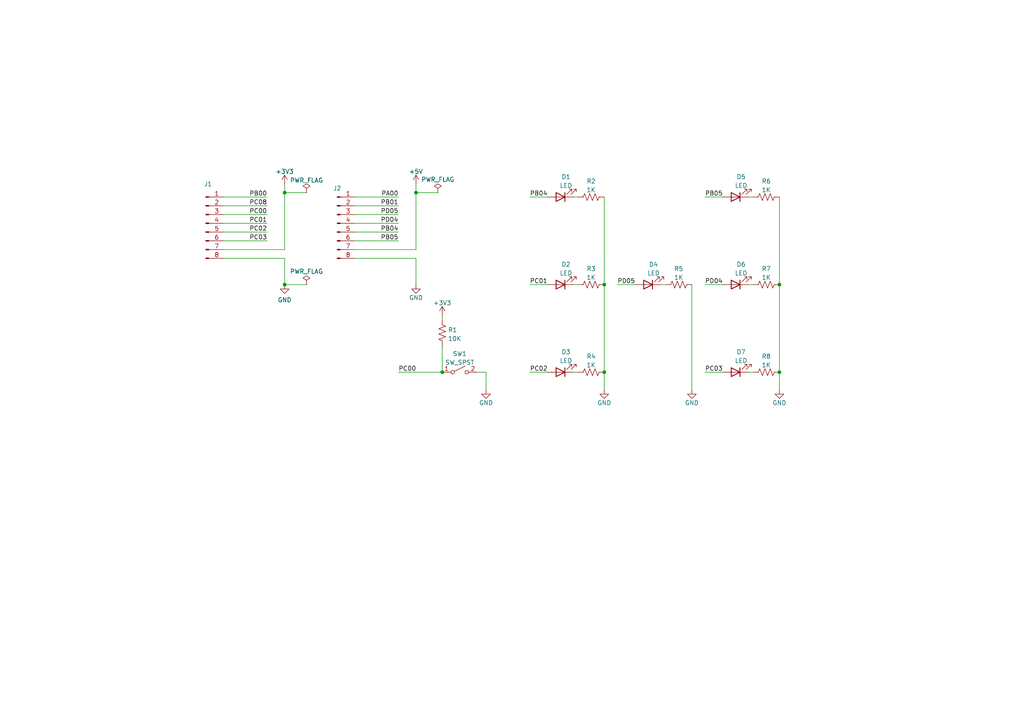
<source format=kicad_sch>
(kicad_sch (version 20211123) (generator eeschema)
  (paper "A4")
  (title_block (title "Dice Game for EFR32MG24 Explorer Kit") (date "2024-08-02") (rev "A"))
  (lib_symbols
    (symbol "Connector:Conn_01x08_Male" (pin_names (offset 1.016) hide)
      (property "Reference" "J" (at 0 10.16 0))
      (property "Value" "Conn_01x08_Male" (at 0 -12.7 0))
      (symbol "Conn_01x08_Male_1_1"
        (polyline (pts (xy 1.27 -10.16) (xy 0.8636 -10.16)) (stroke (width 0.1524)))
        (polyline (pts (xy 1.27 -7.62) (xy 0.8636 -7.62)) (stroke (width 0.1524)))
        (polyline (pts (xy 1.27 -5.08) (xy 0.8636 -5.08)) (stroke (width 0.1524)))
        (polyline (pts (xy 1.27 -2.54) (xy 0.8636 -2.54)) (stroke (width 0.1524)))
        (polyline (pts (xy 1.27 0) (xy 0.8636 0)) (stroke (width 0.1524)))
        (polyline (pts (xy 1.27 2.54) (xy 0.8636 2.54)) (stroke (width 0.1524)))
        (polyline (pts (xy 1.27 5.08) (xy 0.8636 5.08)) (stroke (width 0.1524)))
        (polyline (pts (xy 1.27 7.62) (xy 0.8636 7.62)) (stroke (width 0.1524)))
        (rectangle (start 0.8636 -10.033) (end 0 -10.287) (stroke (width 0.1524)) (fill (type outline)))
        (rectangle (start 0.8636 -7.493) (end 0 -7.747) (stroke (width 0.1524)) (fill (type outline)))
        (rectangle (start 0.8636 -4.953) (end 0 -5.207) (stroke (width 0.1524)) (fill (type outline)))
        (rectangle (start 0.8636 -2.413) (end 0 -2.667) (stroke (width 0.1524)) (fill (type outline)))
        (rectangle (start 0.8636 0.127) (end 0 -0.127) (stroke (width 0.1524)) (fill (type outline)))
        (rectangle (start 0.8636 2.667) (end 0 2.413) (stroke (width 0.1524)) (fill (type outline)))
        (rectangle (start 0.8636 5.207) (end 0 4.953) (stroke (width 0.1524)) (fill (type outline)))
        (rectangle (start 0.8636 7.747) (end 0 7.493) (stroke (width 0.1524)) (fill (type outline)))
        (pin passive line (at 5.08 7.62 180) (length 3.81) (name "Pin_1") (number "1"))
        (pin passive line (at 5.08 5.08 180) (length 3.81) (name "Pin_2") (number "2"))
        (pin passive line (at 5.08 2.54 180) (length 3.81) (name "Pin_3") (number "3"))
        (pin passive line (at 5.08 0 180) (length 3.81) (name "Pin_4") (number "4"))
        (pin passive line (at 5.08 -2.54 180) (length 3.81) (name "Pin_5") (number "5"))
        (pin passive line (at 5.08 -5.08 180) (length 3.81) (name "Pin_6") (number "6"))
        (pin passive line (at 5.08 -7.62 180) (length 3.81) (name "Pin_7") (number "7"))
        (pin passive line (at 5.08 -10.16 180) (length 3.81) (name "Pin_8") (number "8"))
      )
    )
    (symbol "Device:LED" (pin_numbers hide) (pin_names (offset 1.016) hide)
      (property "Reference" "D" (at 0 2.54 0))
      (property "Value" "LED" (at 0 -2.54 0))
      (symbol "LED_0_1"
        (polyline (pts (xy -1.27 -1.27) (xy -1.27 1.27)) (stroke (width 0.254)))
        (polyline (pts (xy -1.27 0) (xy 1.27 0)))
        (polyline (pts (xy 1.27 -1.27) (xy 1.27 1.27) (xy -1.27 0) (xy 1.27 -1.27)) (stroke (width 0.254)))
        (polyline (pts (xy -3.048 -0.762) (xy -4.572 -2.286) (xy -3.81 -2.286) (xy -4.572 -2.286) (xy -4.572 -1.524)))
        (polyline (pts (xy -1.778 -0.762) (xy -3.302 -2.286) (xy -2.54 -2.286) (xy -3.302 -2.286) (xy -3.302 -1.524)))
      )
      (symbol "LED_1_1"
        (pin passive line (at -3.81 0 0) (length 2.54) (name "K") (number "1"))
        (pin passive line (at 3.81 0 180) (length 2.54) (name "A") (number "2"))
      )
    )
    (symbol "Device:R_US" (pin_numbers hide) (pin_names (offset 0))
      (property "Reference" "R" (at 2.54 0 90))
      (property "Value" "R_US" (at -2.54 0 90))
      (symbol "R_US_0_1"
        (polyline (pts (xy 0 -2.286) (xy 0 -2.54)))
        (polyline (pts (xy 0 2.286) (xy 0 2.54)))
        (polyline (pts (xy 0 -0.762) (xy 1.016 -1.143) (xy 0 -1.524) (xy -1.016 -1.905) (xy 0 -2.286)))
        (polyline (pts (xy 0 0.762) (xy 1.016 0.381) (xy 0 0) (xy -1.016 -0.381) (xy 0 -0.762)))
        (polyline (pts (xy 0 2.286) (xy 1.016 1.905) (xy 0 1.524) (xy -1.016 1.143) (xy 0 0.762)))
      )
      (symbol "R_US_1_1"
        (pin passive line (at 0 3.81 270) (length 1.27) (name "~") (number "1"))
        (pin passive line (at 0 -3.81 90) (length 1.27) (name "~") (number "2"))
      )
    )
    (symbol "Switch:SW_SPST" (pin_names (offset 0) hide)
      (property "Reference" "SW" (at 0 3.175 0))
      (property "Value" "SW_SPST" (at 0 -2.54 0))
      (symbol "SW_SPST_0_0"
        (circle (center -2.032 0) (radius 0.508))
        (polyline (pts (xy -1.524 0.254) (xy 1.524 1.778)))
        (circle (center 2.032 0) (radius 0.508))
      )
      (symbol "SW_SPST_1_1"
        (pin passive line (at -5.08 0 0) (length 2.54) (name "A") (number "1"))
        (pin passive line (at 5.08 0 180) (length 2.54) (name "B") (number "2"))
      )
    )
    (symbol "power:+3V3" (power) (pin_names (offset 0))
      (property "Value" "+3V3" (at 0 3.556 0))
      (symbol "+3V3_0_1"
        (polyline (pts (xy -0.762 1.27) (xy 0 2.54)))
        (polyline (pts (xy 0 0) (xy 0 2.54)))
        (polyline (pts (xy 0 2.54) (xy 0.762 1.27)))
      )
      (symbol "+3V3_1_1"
        (pin power_in line (at 0 0 90) (length 0) hide (name "+3V3") (number "1"))
      )
    )
    (symbol "power:+5V" (power) (pin_names (offset 0))
      (property "Value" "+5V" (at 0 3.556 0))
      (symbol "+5V_0_1"
        (polyline (pts (xy -0.762 1.27) (xy 0 2.54)))
        (polyline (pts (xy 0 0) (xy 0 2.54)))
        (polyline (pts (xy 0 2.54) (xy 0.762 1.27)))
      )
      (symbol "+5V_1_1"
        (pin power_in line (at 0 0 90) (length 0) hide (name "+5V") (number "1"))
      )
    )
    (symbol "power:GND" (power) (pin_names (offset 0))
      (property "Value" "GND" (at 0 -3.81 0))
      (symbol "GND_0_1"
        (polyline (pts (xy 0 0) (xy 0 -1.27) (xy 1.27 -1.27) (xy 0 -2.54) (xy -1.27 -1.27) (xy 0 -1.27)))
      )
      (symbol "GND_1_1"
        (pin power_in line (at 0 0 270) (length 0) hide (name "GND") (number "1"))
      )
    )
    (symbol "power:PWR_FLAG" (power) (pin_numbers hide) (pin_names (offset 0) hide)
      (property "Value" "PWR_FLAG" (at 0 3.81 0))
      (symbol "PWR_FLAG_0_0"
        (pin power_out line (at 0 0 90) (length 0) (name "pwr") (number "1"))
      )
      (symbol "PWR_FLAG_0_1"
        (polyline (pts (xy 0 0) (xy 0 1.27) (xy -1.016 1.905) (xy 0 2.54) (xy 1.016 1.905) (xy 0 1.27)))
      )
    )
  )
  (junction (at 226.06 82.55))
  (junction (at 120.65 55.88))
  (junction (at 175.26 82.55))
  (junction (at 175.26 107.95))
  (junction (at 226.06 107.95))
  (junction (at 128.27 107.95))
  (junction (at 82.55 82.55))
  (junction (at 82.55 55.88))
  (wire (pts (xy 166.37 107.95) (xy 167.64 107.95)))
  (wire (pts (xy 153.67 57.15) (xy 158.75 57.15)))
  (wire (pts (xy 217.17 57.15) (xy 218.44 57.15)))
  (wire (pts (xy 64.77 69.85) (xy 77.47 69.85)))
  (wire (pts (xy 120.65 55.88) (xy 120.65 53.34)))
  (wire (pts (xy 102.87 59.69) (xy 115.57 59.69)))
  (wire (pts (xy 226.06 57.15) (xy 226.06 82.55)))
  (wire (pts (xy 120.65 74.93) (xy 120.65 82.55)))
  (wire (pts (xy 217.17 82.55) (xy 218.44 82.55)))
  (wire (pts (xy 120.65 72.39) (xy 120.65 55.88)))
  (wire (pts (xy 204.47 82.55) (xy 209.55 82.55)))
  (wire (pts (xy 64.77 64.77) (xy 77.47 64.77)))
  (wire (pts (xy 128.27 100.33) (xy 128.27 107.95)))
  (wire (pts (xy 64.77 59.69) (xy 77.47 59.69)))
  (wire (pts (xy 153.67 107.95) (xy 158.75 107.95)))
  (wire (pts (xy 102.87 64.77) (xy 115.57 64.77)))
  (wire (pts (xy 102.87 57.15) (xy 115.57 57.15)))
  (wire (pts (xy 102.87 72.39) (xy 120.65 72.39)))
  (wire (pts (xy 82.55 55.88) (xy 82.55 53.34)))
  (wire (pts (xy 153.67 82.55) (xy 158.75 82.55)))
  (wire (pts (xy 204.47 57.15) (xy 209.55 57.15)))
  (wire (pts (xy 102.87 69.85) (xy 115.57 69.85)))
  (wire (pts (xy 102.87 67.31) (xy 115.57 67.31)))
  (wire (pts (xy 204.47 107.95) (xy 209.55 107.95)))
  (wire (pts (xy 64.77 67.31) (xy 77.47 67.31)))
  (wire (pts (xy 64.77 57.15) (xy 77.47 57.15)))
  (wire (pts (xy 226.06 107.95) (xy 226.06 113.03)))
  (wire (pts (xy 102.87 62.23) (xy 115.57 62.23)))
  (wire (pts (xy 82.55 82.55) (xy 88.9 82.55)))
  (wire (pts (xy 166.37 57.15) (xy 167.64 57.15)))
  (wire (pts (xy 82.55 74.93) (xy 82.55 82.55)))
  (wire (pts (xy 191.77 82.55) (xy 193.04 82.55)))
  (wire (pts (xy 140.97 107.95) (xy 140.97 113.03)))
  (wire (pts (xy 82.55 72.39) (xy 82.55 55.88)))
  (wire (pts (xy 175.26 107.95) (xy 175.26 113.03)))
  (wire (pts (xy 102.87 74.93) (xy 120.65 74.93)))
  (wire (pts (xy 175.26 82.55) (xy 175.26 107.95)))
  (wire (pts (xy 166.37 82.55) (xy 167.64 82.55)))
  (wire (pts (xy 138.43 107.95) (xy 140.97 107.95)))
  (wire (pts (xy 64.77 74.93) (xy 82.55 74.93)))
  (wire (pts (xy 115.57 107.95) (xy 128.27 107.95)))
  (wire (pts (xy 226.06 82.55) (xy 226.06 107.95)))
  (wire (pts (xy 64.77 62.23) (xy 77.47 62.23)))
  (wire (pts (xy 128.27 91.44) (xy 128.27 92.71)))
  (wire (pts (xy 82.55 55.88) (xy 88.9 55.88)))
  (wire (pts (xy 64.77 72.39) (xy 82.55 72.39)))
  (wire (pts (xy 175.26 57.15) (xy 175.26 82.55)))
  (wire (pts (xy 120.65 55.88) (xy 127 55.88)))
  (wire (pts (xy 200.66 82.55) (xy 200.66 113.03)))
  (wire (pts (xy 217.17 107.95) (xy 218.44 107.95)))
  (wire (pts (xy 179.07 82.55) (xy 184.15 82.55)))
  (label "PB05" (at 115.57 69.85 180))
  (label "PC01" (at 153.67 82.55 0))
  (label "PB01" (at 115.57 59.69 180))
  (label "PC03" (at 77.47 69.85 180))
  (label "PD04" (at 115.57 64.77 180))
  (label "PB04" (at 153.67 57.15 0))
  (label "PD05" (at 115.57 62.23 180))
  (label "PC02" (at 153.67 107.95 0))
  (label "PB04" (at 115.57 67.31 180))
  (label "PA00" (at 115.57 57.15 180))
  (label "PC02" (at 77.47 67.31 180))
  (label "PC00" (at 77.47 62.23 180))
  (label "PC08" (at 77.47 59.69 180))
  (label "PB00" (at 77.47 57.15 180))
  (label "PB05" (at 204.47 57.15 0))
  (label "PC01" (at 77.47 64.77 180))
  (label "PC00" (at 115.57 107.95 0))
  (label "PC03" (at 204.47 107.95 0))
  (label "PD04" (at 204.47 82.55 0))
  (label "PD05" (at 179.07 82.55 0))
  (symbol (lib_id "power:PWR_FLAG") (at 88.9 82.55 0) (unit 1)
    (property "Reference" "#FLG02" (effects hide))
    (property "Value" "PWR_FLAG" (at 88.9 78.74 0))
  )
  (symbol (lib_id "Device:LED") (at 162.56 82.55 180) (unit 1)
    (property "Reference" "D2" (at 164.1475 76.6912 0))
    (property "Value" "LED" (at 164.1475 79.2281 0))
  )
  (symbol (lib_id "Device:R_US") (at 222.25 57.15 90) (unit 1)
    (property "Reference" "R6" (at 222.25 52.5612 90))
    (property "Value" "1K" (at 222.25 55.0981 90))
  )
  (symbol (lib_id "Device:LED") (at 213.36 107.95 180) (unit 1)
    (property "Reference" "D7" (at 214.9475 102.0912 0))
    (property "Value" "LED" (at 214.9475 104.6281 0))
  )
  (symbol (lib_id "Device:R_US") (at 222.25 107.95 90) (unit 1)
    (property "Reference" "R8" (at 222.25 103.3612 90))
    (property "Value" "1K" (at 222.25 105.8981 90))
  )
  (symbol (lib_id "Connector:Conn_01x08_Male") (at 97.79 64.77 0) (unit 1)
    (property "Reference" "J2" (at 97.79 54.61 0))
    (property "Value" "Conn_01x08_Male" (effects hide))
  )
  (symbol (lib_id "power:+3V3") (at 128.27 91.44 0) (unit 1)
    (property "Reference" "#PWR05" (effects hide))
    (property "Value" "+3V3" (at 128.27 87.8642 0))
  )
  (symbol (lib_id "power:PWR_FLAG") (at 127 55.88 0) (unit 1)
    (property "Reference" "#FLG03" (effects hide))
    (property "Value" "PWR_FLAG" (at 127 52.07 0))
  )
  (symbol (lib_id "Device:LED") (at 213.36 82.55 180) (unit 1)
    (property "Reference" "D6" (at 214.9475 76.6912 0))
    (property "Value" "LED" (at 214.9475 79.2281 0))
  )
  (symbol (lib_id "Device:LED") (at 162.56 107.95 180) (unit 1)
    (property "Reference" "D3" (at 164.1475 102.0912 0))
    (property "Value" "LED" (at 164.1475 104.6281 0))
  )
  (symbol (lib_id "Device:LED") (at 162.56 57.15 180) (unit 1)
    (property "Reference" "D1" (at 164.1475 51.2912 0))
    (property "Value" "LED" (at 164.1475 53.8281 0))
  )
  (symbol (lib_id "Device:LED") (at 187.96 82.55 180) (unit 1)
    (property "Reference" "D4" (at 189.5475 76.6912 0))
    (property "Value" "LED" (at 189.5475 79.2281 0))
  )
  (symbol (lib_id "power:GND") (at 82.55 82.55 0) (unit 1)
    (property "Reference" "#PWR02" (effects hide))
    (property "Value" "GND" (at 82.55 86.9934 0))
  )
  (symbol (lib_id "Connector:Conn_01x08_Male") (at 59.69 64.77 0) (unit 1)
    (property "Reference" "J1" (at 60.325 53.374 0))
    (property "Value" "Conn_01x08_Male" (effects hide))
  )
  (symbol (lib_id "power:PWR_FLAG") (at 88.9 55.88 0) (unit 1)
    (property "Reference" "#FLG01" (effects hide))
    (property "Value" "PWR_FLAG" (at 88.9 52.3042 0))
  )
  (symbol (lib_id "Device:R_US") (at 171.45 107.95 90) (unit 1)
    (property "Reference" "R4" (at 171.45 103.3612 90))
    (property "Value" "1K" (at 171.45 105.8981 90))
  )
  (symbol (lib_id "power:GND") (at 120.65 82.55 0) (unit 1)
    (property "Reference" "#PWR04" (effects hide))
    (property "Value" "GND" (at 120.65 86.36 0))
  )
  (symbol (lib_id "Device:R_US") (at 222.25 82.55 90) (unit 1)
    (property "Reference" "R7" (at 222.25 77.9612 90))
    (property "Value" "1K" (at 222.25 80.4981 90))
  )
  (symbol (lib_id "power:GND") (at 226.06 113.03 0) (unit 1)
    (property "Reference" "#PWR09" (effects hide))
    (property "Value" "GND" (at 226.06 116.84 0))
  )
  (symbol (lib_id "Switch:SW_SPST") (at 133.35 107.95 0) (unit 1)
    (property "Reference" "SW1" (at 133.35 102.5992 0))
    (property "Value" "SW_SPST" (at 133.35 105.1361 0))
  )
  (symbol (lib_id "power:+3V3") (at 82.55 53.34 0) (unit 1)
    (property "Reference" "#PWR01" (effects hide))
    (property "Value" "+3V3" (at 82.55 49.7642 0))
  )
  (symbol (lib_id "Device:LED") (at 213.36 57.15 180) (unit 1)
    (property "Reference" "D5" (at 214.9475 51.2912 0))
    (property "Value" "LED" (at 214.9475 53.8281 0))
  )
  (symbol (lib_id "Device:R_US") (at 128.27 96.52 0) (unit 1)
    (property "Reference" "R1" (at 129.921 95.6853 0) (effects (justify left)))
    (property "Value" "10K" (at 129.921 98.2222 0) (effects (justify left)))
  )
  (symbol (lib_id "power:+5V") (at 120.65 53.34 0) (unit 1)
    (property "Reference" "#PWR03" (effects hide))
    (property "Value" "+5V" (at 120.65 49.7642 0))
  )
  (symbol (lib_id "power:GND") (at 200.66 113.03 0) (unit 1)
    (property "Reference" "#PWR08" (effects hide))
    (property "Value" "GND" (at 200.66 116.84 0))
  )
  (symbol (lib_id "power:GND") (at 175.26 113.03 0) (unit 1)
    (property "Reference" "#PWR07" (effects hide))
    (property "Value" "GND" (at 175.26 116.84 0))
  )
  (symbol (lib_id "power:GND") (at 140.97 113.03 0) (unit 1)
    (property "Reference" "#PWR06" (effects hide))
    (property "Value" "GND" (at 140.97 116.84 0))
  )
  (symbol (lib_id "Device:R_US") (at 171.45 57.15 90) (unit 1)
    (property "Reference" "R2" (at 171.45 52.5612 90))
    (property "Value" "1K" (at 171.45 55.0981 90))
  )
  (symbol (lib_id "Device:R_US") (at 171.45 82.55 90) (unit 1)
    (property "Reference" "R3" (at 171.45 77.9612 90))
    (property "Value" "1K" (at 171.45 80.4981 90))
  )
  (symbol (lib_id "Device:R_US") (at 196.85 82.55 90) (unit 1)
    (property "Reference" "R5" (at 196.85 77.9612 90))
    (property "Value" "1K" (at 196.85 80.4981 90))
  )
)
</source>
